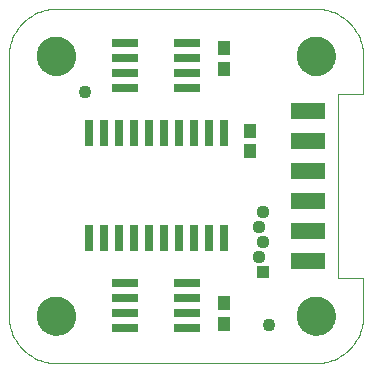
<source format=gbs>
G75*
G70*
%OFA0B0*%
%FSLAX24Y24*%
%IPPOS*%
%LPD*%
%AMOC8*
5,1,8,0,0,1.08239X$1,22.5*
%
%ADD10C,0.0000*%
%ADD11C,0.1300*%
%ADD12R,0.0906X0.0276*%
%ADD13R,0.0276X0.0906*%
%ADD14R,0.1142X0.0552*%
%ADD15R,0.0440X0.0440*%
%ADD16C,0.0440*%
%ADD17R,0.0434X0.0473*%
%ADD18C,0.0434*%
D10*
X006993Y010471D02*
X015654Y010471D01*
X015024Y012046D02*
X015026Y012096D01*
X015032Y012146D01*
X015042Y012195D01*
X015056Y012243D01*
X015073Y012290D01*
X015094Y012335D01*
X015119Y012379D01*
X015147Y012420D01*
X015179Y012459D01*
X015213Y012496D01*
X015250Y012530D01*
X015290Y012560D01*
X015332Y012587D01*
X015376Y012611D01*
X015422Y012632D01*
X015469Y012648D01*
X015517Y012661D01*
X015567Y012670D01*
X015616Y012675D01*
X015667Y012676D01*
X015717Y012673D01*
X015766Y012666D01*
X015815Y012655D01*
X015863Y012640D01*
X015909Y012622D01*
X015954Y012600D01*
X015997Y012574D01*
X016038Y012545D01*
X016077Y012513D01*
X016113Y012478D01*
X016145Y012440D01*
X016175Y012400D01*
X016202Y012357D01*
X016225Y012313D01*
X016244Y012267D01*
X016260Y012219D01*
X016272Y012170D01*
X016280Y012121D01*
X016284Y012071D01*
X016284Y012021D01*
X016280Y011971D01*
X016272Y011922D01*
X016260Y011873D01*
X016244Y011825D01*
X016225Y011779D01*
X016202Y011735D01*
X016175Y011692D01*
X016145Y011652D01*
X016113Y011614D01*
X016077Y011579D01*
X016038Y011547D01*
X015997Y011518D01*
X015954Y011492D01*
X015909Y011470D01*
X015863Y011452D01*
X015815Y011437D01*
X015766Y011426D01*
X015717Y011419D01*
X015667Y011416D01*
X015616Y011417D01*
X015567Y011422D01*
X015517Y011431D01*
X015469Y011444D01*
X015422Y011460D01*
X015376Y011481D01*
X015332Y011505D01*
X015290Y011532D01*
X015250Y011562D01*
X015213Y011596D01*
X015179Y011633D01*
X015147Y011672D01*
X015119Y011713D01*
X015094Y011757D01*
X015073Y011802D01*
X015056Y011849D01*
X015042Y011897D01*
X015032Y011946D01*
X015026Y011996D01*
X015024Y012046D01*
X015654Y010471D02*
X015731Y010473D01*
X015808Y010479D01*
X015885Y010488D01*
X015961Y010501D01*
X016037Y010518D01*
X016111Y010539D01*
X016185Y010563D01*
X016257Y010591D01*
X016327Y010622D01*
X016396Y010657D01*
X016464Y010695D01*
X016529Y010736D01*
X016592Y010781D01*
X016653Y010829D01*
X016712Y010879D01*
X016768Y010932D01*
X016821Y010988D01*
X016871Y011047D01*
X016919Y011108D01*
X016964Y011171D01*
X017005Y011236D01*
X017043Y011304D01*
X017078Y011373D01*
X017109Y011443D01*
X017137Y011515D01*
X017161Y011589D01*
X017182Y011663D01*
X017199Y011739D01*
X017212Y011815D01*
X017221Y011892D01*
X017227Y011969D01*
X017229Y012046D01*
X017229Y013305D01*
X016404Y013305D01*
X016404Y019447D01*
X017229Y019447D01*
X017229Y020707D01*
X015024Y020707D02*
X015026Y020757D01*
X015032Y020807D01*
X015042Y020856D01*
X015056Y020904D01*
X015073Y020951D01*
X015094Y020996D01*
X015119Y021040D01*
X015147Y021081D01*
X015179Y021120D01*
X015213Y021157D01*
X015250Y021191D01*
X015290Y021221D01*
X015332Y021248D01*
X015376Y021272D01*
X015422Y021293D01*
X015469Y021309D01*
X015517Y021322D01*
X015567Y021331D01*
X015616Y021336D01*
X015667Y021337D01*
X015717Y021334D01*
X015766Y021327D01*
X015815Y021316D01*
X015863Y021301D01*
X015909Y021283D01*
X015954Y021261D01*
X015997Y021235D01*
X016038Y021206D01*
X016077Y021174D01*
X016113Y021139D01*
X016145Y021101D01*
X016175Y021061D01*
X016202Y021018D01*
X016225Y020974D01*
X016244Y020928D01*
X016260Y020880D01*
X016272Y020831D01*
X016280Y020782D01*
X016284Y020732D01*
X016284Y020682D01*
X016280Y020632D01*
X016272Y020583D01*
X016260Y020534D01*
X016244Y020486D01*
X016225Y020440D01*
X016202Y020396D01*
X016175Y020353D01*
X016145Y020313D01*
X016113Y020275D01*
X016077Y020240D01*
X016038Y020208D01*
X015997Y020179D01*
X015954Y020153D01*
X015909Y020131D01*
X015863Y020113D01*
X015815Y020098D01*
X015766Y020087D01*
X015717Y020080D01*
X015667Y020077D01*
X015616Y020078D01*
X015567Y020083D01*
X015517Y020092D01*
X015469Y020105D01*
X015422Y020121D01*
X015376Y020142D01*
X015332Y020166D01*
X015290Y020193D01*
X015250Y020223D01*
X015213Y020257D01*
X015179Y020294D01*
X015147Y020333D01*
X015119Y020374D01*
X015094Y020418D01*
X015073Y020463D01*
X015056Y020510D01*
X015042Y020558D01*
X015032Y020607D01*
X015026Y020657D01*
X015024Y020707D01*
X015654Y022282D02*
X015731Y022280D01*
X015808Y022274D01*
X015885Y022265D01*
X015961Y022252D01*
X016037Y022235D01*
X016111Y022214D01*
X016185Y022190D01*
X016257Y022162D01*
X016327Y022131D01*
X016396Y022096D01*
X016464Y022058D01*
X016529Y022017D01*
X016592Y021972D01*
X016653Y021924D01*
X016712Y021874D01*
X016768Y021821D01*
X016821Y021765D01*
X016871Y021706D01*
X016919Y021645D01*
X016964Y021582D01*
X017005Y021517D01*
X017043Y021449D01*
X017078Y021380D01*
X017109Y021310D01*
X017137Y021238D01*
X017161Y021164D01*
X017182Y021090D01*
X017199Y021014D01*
X017212Y020938D01*
X017221Y020861D01*
X017227Y020784D01*
X017229Y020707D01*
X015654Y022282D02*
X006993Y022282D01*
X006363Y020707D02*
X006365Y020757D01*
X006371Y020807D01*
X006381Y020856D01*
X006395Y020904D01*
X006412Y020951D01*
X006433Y020996D01*
X006458Y021040D01*
X006486Y021081D01*
X006518Y021120D01*
X006552Y021157D01*
X006589Y021191D01*
X006629Y021221D01*
X006671Y021248D01*
X006715Y021272D01*
X006761Y021293D01*
X006808Y021309D01*
X006856Y021322D01*
X006906Y021331D01*
X006955Y021336D01*
X007006Y021337D01*
X007056Y021334D01*
X007105Y021327D01*
X007154Y021316D01*
X007202Y021301D01*
X007248Y021283D01*
X007293Y021261D01*
X007336Y021235D01*
X007377Y021206D01*
X007416Y021174D01*
X007452Y021139D01*
X007484Y021101D01*
X007514Y021061D01*
X007541Y021018D01*
X007564Y020974D01*
X007583Y020928D01*
X007599Y020880D01*
X007611Y020831D01*
X007619Y020782D01*
X007623Y020732D01*
X007623Y020682D01*
X007619Y020632D01*
X007611Y020583D01*
X007599Y020534D01*
X007583Y020486D01*
X007564Y020440D01*
X007541Y020396D01*
X007514Y020353D01*
X007484Y020313D01*
X007452Y020275D01*
X007416Y020240D01*
X007377Y020208D01*
X007336Y020179D01*
X007293Y020153D01*
X007248Y020131D01*
X007202Y020113D01*
X007154Y020098D01*
X007105Y020087D01*
X007056Y020080D01*
X007006Y020077D01*
X006955Y020078D01*
X006906Y020083D01*
X006856Y020092D01*
X006808Y020105D01*
X006761Y020121D01*
X006715Y020142D01*
X006671Y020166D01*
X006629Y020193D01*
X006589Y020223D01*
X006552Y020257D01*
X006518Y020294D01*
X006486Y020333D01*
X006458Y020374D01*
X006433Y020418D01*
X006412Y020463D01*
X006395Y020510D01*
X006381Y020558D01*
X006371Y020607D01*
X006365Y020657D01*
X006363Y020707D01*
X005418Y020707D02*
X005420Y020784D01*
X005426Y020861D01*
X005435Y020938D01*
X005448Y021014D01*
X005465Y021090D01*
X005486Y021164D01*
X005510Y021238D01*
X005538Y021310D01*
X005569Y021380D01*
X005604Y021449D01*
X005642Y021517D01*
X005683Y021582D01*
X005728Y021645D01*
X005776Y021706D01*
X005826Y021765D01*
X005879Y021821D01*
X005935Y021874D01*
X005994Y021924D01*
X006055Y021972D01*
X006118Y022017D01*
X006183Y022058D01*
X006251Y022096D01*
X006320Y022131D01*
X006390Y022162D01*
X006462Y022190D01*
X006536Y022214D01*
X006610Y022235D01*
X006686Y022252D01*
X006762Y022265D01*
X006839Y022274D01*
X006916Y022280D01*
X006993Y022282D01*
X005418Y020707D02*
X005418Y012046D01*
X006363Y012046D02*
X006365Y012096D01*
X006371Y012146D01*
X006381Y012195D01*
X006395Y012243D01*
X006412Y012290D01*
X006433Y012335D01*
X006458Y012379D01*
X006486Y012420D01*
X006518Y012459D01*
X006552Y012496D01*
X006589Y012530D01*
X006629Y012560D01*
X006671Y012587D01*
X006715Y012611D01*
X006761Y012632D01*
X006808Y012648D01*
X006856Y012661D01*
X006906Y012670D01*
X006955Y012675D01*
X007006Y012676D01*
X007056Y012673D01*
X007105Y012666D01*
X007154Y012655D01*
X007202Y012640D01*
X007248Y012622D01*
X007293Y012600D01*
X007336Y012574D01*
X007377Y012545D01*
X007416Y012513D01*
X007452Y012478D01*
X007484Y012440D01*
X007514Y012400D01*
X007541Y012357D01*
X007564Y012313D01*
X007583Y012267D01*
X007599Y012219D01*
X007611Y012170D01*
X007619Y012121D01*
X007623Y012071D01*
X007623Y012021D01*
X007619Y011971D01*
X007611Y011922D01*
X007599Y011873D01*
X007583Y011825D01*
X007564Y011779D01*
X007541Y011735D01*
X007514Y011692D01*
X007484Y011652D01*
X007452Y011614D01*
X007416Y011579D01*
X007377Y011547D01*
X007336Y011518D01*
X007293Y011492D01*
X007248Y011470D01*
X007202Y011452D01*
X007154Y011437D01*
X007105Y011426D01*
X007056Y011419D01*
X007006Y011416D01*
X006955Y011417D01*
X006906Y011422D01*
X006856Y011431D01*
X006808Y011444D01*
X006761Y011460D01*
X006715Y011481D01*
X006671Y011505D01*
X006629Y011532D01*
X006589Y011562D01*
X006552Y011596D01*
X006518Y011633D01*
X006486Y011672D01*
X006458Y011713D01*
X006433Y011757D01*
X006412Y011802D01*
X006395Y011849D01*
X006381Y011897D01*
X006371Y011946D01*
X006365Y011996D01*
X006363Y012046D01*
X005418Y012046D02*
X005420Y011969D01*
X005426Y011892D01*
X005435Y011815D01*
X005448Y011739D01*
X005465Y011663D01*
X005486Y011589D01*
X005510Y011515D01*
X005538Y011443D01*
X005569Y011373D01*
X005604Y011304D01*
X005642Y011236D01*
X005683Y011171D01*
X005728Y011108D01*
X005776Y011047D01*
X005826Y010988D01*
X005879Y010932D01*
X005935Y010879D01*
X005994Y010829D01*
X006055Y010781D01*
X006118Y010736D01*
X006183Y010695D01*
X006251Y010657D01*
X006320Y010622D01*
X006390Y010591D01*
X006462Y010563D01*
X006536Y010539D01*
X006610Y010518D01*
X006686Y010501D01*
X006762Y010488D01*
X006839Y010479D01*
X006916Y010473D01*
X006993Y010471D01*
D11*
X006993Y012046D03*
X006993Y020707D03*
X015654Y020707D03*
X015654Y012046D03*
D12*
X011347Y012126D03*
X011347Y011626D03*
X011347Y012626D03*
X011347Y013126D03*
X009300Y013126D03*
X009300Y012626D03*
X009300Y012126D03*
X009300Y011626D03*
X009300Y019626D03*
X009300Y020126D03*
X009300Y020626D03*
X009300Y021126D03*
X011347Y021126D03*
X011347Y020626D03*
X011347Y020126D03*
X011347Y019626D03*
D13*
X011574Y018126D03*
X012074Y018126D03*
X012574Y018126D03*
X011074Y018126D03*
X010574Y018126D03*
X010074Y018126D03*
X009574Y018126D03*
X009074Y018126D03*
X008574Y018126D03*
X008074Y018126D03*
X008074Y014626D03*
X008574Y014626D03*
X009074Y014626D03*
X009574Y014626D03*
X010074Y014626D03*
X010574Y014626D03*
X011074Y014626D03*
X011574Y014626D03*
X012074Y014626D03*
X012574Y014626D03*
D14*
X015399Y014876D03*
X015399Y013876D03*
X015399Y015876D03*
X015399Y016876D03*
X015399Y017876D03*
X015399Y018876D03*
D15*
X013884Y013501D03*
D16*
X013764Y014001D03*
X013884Y014501D03*
X013764Y015001D03*
X013884Y015501D03*
D17*
X013449Y017542D03*
X013449Y018211D03*
X012574Y020292D03*
X012574Y020961D03*
X012574Y012461D03*
X012574Y011792D03*
D18*
X014074Y011751D03*
X007949Y019501D03*
M02*

</source>
